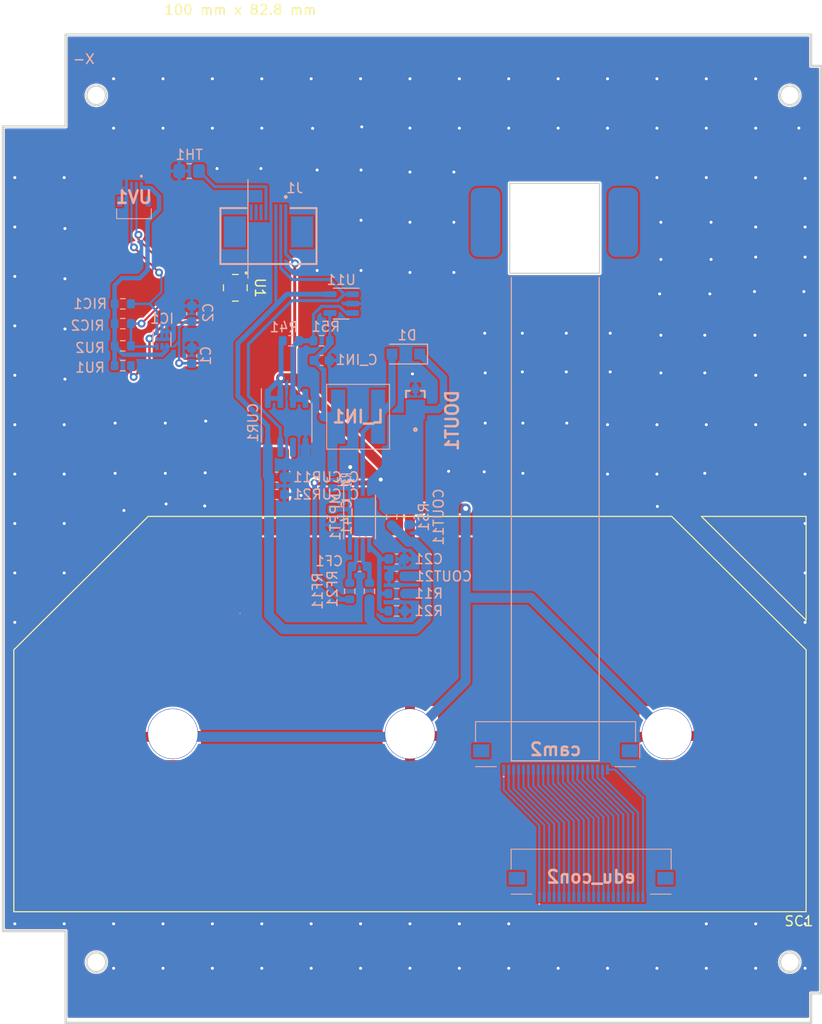
<source format=kicad_pcb>
(kicad_pcb (version 20211014) (generator pcbnew)
  (layers (0 "F.Cu" jumper) (31 "B.Cu" signal) (34 "B.Paste" user) (35 "F.Paste" user) (36 "B.SilkS" user "B.Silkscreen") (37 "F.SilkS" user "F.Silkscreen") (38 "B.Mask" user) (39 "F.Mask" user) (44 "Edge.Cuts" user))
  (net 0 "")
  (net 1 "GND")
  (net 2 "/+3V3")
  (net 3 "/SCL")
  (net 4 "Net-(cam2-Pad1)")
  (net 5 "/SDA")
  (net 6 "Net-(C21-Pad1)")
  (net 7 "Net-(CF1-Pad1)")
  (net 8 "/SC1_V+")
  (net 9 "/SC1_I+")
  (net 10 "/MPPT1")
  (net 11 "Net-(CF1-Pad2)")
  (net 12 "/TEMP+")
  (net 13 "/MPPT2")
  (net 14 "/SC2_I+")
  (net 15 "/SC2_V+")
  (net 17 "Net-(C_41-Pad2)")
  (net 18 "/SolarMPPT/MPPT1_OUT")
  (net 19 "/SolarMPPT/CUR1_OUT")
  (net 20 "/SolarMPPT/MPPT1_IN")
  (net 21 "Net-(cam2-Pad2)")
  (net 22 "Net-(cam2-Pad3)")
  (net 23 "Net-(cam2-Pad4)")
  (net 24 "Net-(cam2-Pad5)")
  (net 25 "Net-(cam2-Pad6)")
  (net 26 "Net-(cam2-Pad7)")
  (net 27 "Net-(cam2-Pad8)")
  (net 28 "Net-(cam2-Pad9)")
  (net 29 "Net-(cam2-Pad10)")
  (net 30 "Net-(cam2-Pad11)")
  (net 31 "Net-(cam2-Pad12)")
  (net 32 "Net-(cam2-Pad13)")
  (net 33 "Net-(cam2-Pad14)")
  (net 34 "Net-(cam2-Pad15)")
  (net 35 "Net-(cam2-Pad16)")
  (net 36 "Net-(cam2-Pad17)")
  (net 37 "Net-(cam2-Pad18)")
  (net 38 "Net-(cam2-Pad19)")
  (net 39 "Net-(cam2-Pad20)")
  (net 40 "Net-(cam2-Pad21)")
  (net 41 "Net-(cam2-Pad22)")
  (net 48 "/SolarMPPT/CUR1_OUT(1)")
  (footprint "STS_solder:cam_solder" (layer "F.Cu") (at 145.32 57.75)
    (fp_text reference "REF" hide)
    (fp_text value "cam_solder" hide)
  )
  (footprint "STS_solder:cam_solder" (layer "F.Cu") (at 133.9174 57.7607)
    (fp_text reference "REF" hide)
    (fp_text value "cam_solder" hide)
  )
  (footprint "STS_solder:3G30A_40x80" (layer "F.Cu") (at 125 108.7802)
    (fp_text reference "SC1")
    (fp_text value "Solar_Cell")
  )
  (footprint "STS_UV:OLGA 2mm x 2,3mm" (layer "F.Cu") (at 107.3216 65.6494 -90)
    (fp_text reference "U1")
    (fp_text value "GUVA-C32SM")
  )
  (footprint "USER_OUTLINE:OUTLINE_SidepanelX-" (layer "F.Cu") (at 125.2 89.7)
    (fp_text reference "Outline1" hide)
    (fp_text value "OUTLINE_Sidepanel")
    (fp_line (start 41.4 -46.495) (end 40.4 -46.495) (layer "Edge.Cuts") (width 0.25))
    (fp_line (start 19 -34.62) (end 19 -25.52) (layer "Edge.Cuts") (width 0.12))
    (fp_line (start 41.4 47.33) (end 41.4 -46.495) (layer "Edge.Cuts") (width 0.25))
    (fp_line (start -35.05 -49.67) (end -35.05 -49.67) (layer "Edge.Cuts") (width 0.12))
    (fp_line (start 41.4 47.33) (end 40.4 47.33) (layer "Edge.Cuts") (width 0.25))
    (fp_line (start -41.4 41.03) (end -35.05 41.03) (layer "Edge.Cuts") (width 0.25))
    (fp_line (start 9.9 -34.62) (end 19 -34.62) (layer "Edge.Cuts") (width 0.12))
    (fp_line (start -35.05 50.33) (end -35.05 41.03) (layer "Edge.Cuts") (width 0.25))
    (fp_line (start 40.4 50.33) (end -35.05 50.33) (layer "Edge.Cuts") (width 0.25))
    (fp_line (start -35.05 -49.67) (end -35.05 -40.37) (layer "Edge.Cuts") (width 0.25))
    (fp_line (start 9.9 -34.62) (end 9.9 -25.52) (layer "Edge.Cuts") (width 0.12))
    (fp_line (start 40.4 50.33) (end 40.4 47.33) (layer "Edge.Cuts") (width 0.25))
    (fp_line (start 9.9 -25.52) (end 19 -25.52) (layer "Edge.Cuts") (width 0.12))
    (fp_line (start 40.4 -49.67) (end -35.05 -49.67) (layer "Edge.Cuts") (width 0.25))
    (fp_line (start -41.4 -40.37) (end -35.05 -40.37) (layer "Edge.Cuts") (width 0.25))
    (fp_line (start 40.4 -46.495) (end 40.4 -49.67) (layer "Edge.Cuts") (width 0.25))
    (fp_line (start -41.4 41.03) (end -41.4 -40.37) (layer "Edge.Cuts") (width 0.25))
    (fp_line (start -35.05 -49.67) (end -35.05 -49.67) (layer "Edge.Cuts") (width 0.12))
    (fp_circle (center 38.25 -43.52) (end 39.25 -43.52) (layer "Edge.Cuts") (width 0.25) (fill none))
    (fp_circle (center -31.95 -43.52) (end -30.95 -43.52) (layer "Edge.Cuts") (width 0.25) (fill none))
    (fp_circle (center 38.25 44.18) (end 39.25 44.18) (layer "Edge.Cuts") (width 0.25) (fill none))
    (fp_circle (center -31.95 44.18) (end -30.95 44.18) (layer "Edge.Cuts") (width 0.25) (fill none))
  )
  (footprint "Resistor_SMD:R_0603_1608Metric" (layer "B.Cu") (at 123.65 98.345 180)
    (fp_text reference "R21")
    (fp_text value "330k")
  )
  (footprint "STS_Inductor_SMD:XAL6060103MEC" (layer "B.Cu") (at 119.75 78.695)
    (fp_text reference "L_IN1")
    (fp_text value "10u" hide)
  )
  (footprint "Package_TO_SOT_SMD:SOT-23-5" (layer "B.Cu") (at 118.0432 67.2496 180)
    (fp_text reference "U11")
    (fp_text value "INA180A4" hide)
  )
  (footprint "Capacitor_SMD:C_0603_1608Metric" (layer "B.Cu") (at 102.9125 72.525 90)
    (fp_text reference "C1")
    (fp_text value "1u")
  )
  (footprint "Capacitor_SMD:C_0603_1608Metric" (layer "B.Cu") (at 102.9125 68.275 -90)
    (fp_text reference "C2")
    (fp_text value "1u" hide)
  )
  (footprint "Capacitor_SMD:C_0603_1608Metric" (layer "B.Cu") (at 116.05 72.995)
    (fp_text reference "C_IN1")
    (fp_text value "10u")
  )
  (footprint "Package_TO_SOT_SMD:SOT-563" (layer "B.Cu") (at 99.8975 70.845 -90)
    (fp_text reference "IC1")
    (fp_text value "TMP112AQDRLRQ1")
  )
  (footprint "Capacitor_SMD:C_0603_1608Metric" (layer "B.Cu") (at 123.65 94.845 180)
    (fp_text reference "COUT21")
    (fp_text value "10u")
  )
  (footprint "Resistor_SMD:R_0603_1608Metric" (layer "B.Cu") (at 123.65 96.595)
    (fp_text reference "R11")
    (fp_text value "1M")
  )
  (footprint "Capacitor_SMD:C_0603_1608Metric" (layer "B.Cu") (at 111.515 86.56)
    (fp_text reference "C_CUR21")
    (fp_text value "10u")
  )
  (footprint "Resistor_SMD:R_0603_1608Metric" (layer "B.Cu") (at 95.9275 71.525)
    (fp_text reference "RU2")
    (fp_text value "4k7" hide)
  )
  (footprint "SamacSys:STMITE" (layer "B.Cu") (at 125.55 78.377 90)
    (fp_text reference "DOUT1")
    (fp_text value "SMM4F5.0" hide)
  )
  (footprint "Resistor_SMD:R_0603_1608Metric" (layer "B.Cu") (at 123.15 88.845 90)
    (fp_text reference "RS1")
    (fp_text value "0R01")
  )
  (footprint "Package_SO:TSSOP-8_4.4x3mm_P0.65mm" (layer "B.Cu") (at 119.9 88.845 -90)
    (fp_text reference "MPPT1")
    (fp_text value "SPV1040TTR")
  )
  (footprint "Capacitor_SMD:C_0603_1608Metric" (layer "B.Cu") (at 119.9 93.845 180)
    (fp_text reference "CF1")
    (fp_text value "1u")
  )
  (footprint "STS_Connector:SAMTEC_ZF5S-08-01-T-WT" (layer "B.Cu") (at 110.6744 59.994 180)
    (fp_text reference "J1")
    (fp_text value "Conn_01x08" hide)
  )
  (footprint "Resistor_SMD:R_0603_1608Metric" (layer "B.Cu") (at 120.9 96.345 90)
    (fp_text reference "RF21")
    (fp_text value "1k")
  )
  (footprint "Resistor_SMD:R_0603_1608Metric" (layer "B.Cu") (at 95.9275 73.525)
    (fp_text reference "RU1")
    (fp_text value "4k7")
  )
  (footprint "Resistor_SMD:R_0603_1608Metric" (layer "B.Cu") (at 116.0592 71.0088)
    (fp_text reference "R51")
    (fp_text value "10m" hide)
  )
  (footprint "Resistor_SMD:R_0603_1608Metric" (layer "B.Cu") (at 112.9482 71.0088)
    (fp_text reference "R41")
    (fp_text value "0" hide)
  )
  (footprint "STS_Connector:545482271" (layer "B.Cu") (at 143.34 125.25)
    (fp_text reference "edu_con2")
    (fp_text value "54548-2271" hide)
  )
  (footprint "Capacitor_SMD:C_0603_1608Metric" (layer "B.Cu") (at 111.515 84.81 180)
    (fp_text reference "C_CUR11")
    (fp_text value "100n")
  )
  (footprint "STS_Connector:5014610491" (layer "B.Cu") (at 97.06 56.48 180)
    (fp_text reference "UV1")
    (fp_text value "501461-0491" hide)
  )
  (footprint "Package_SO:SOIC-8_3.9x4.9mm_P1.27mm" (layer "B.Cu") (at 112.515 79.31 -90)
    (fp_text reference "CUR1")
    (fp_text value "TMCS1101A3BQDT")
  )
  (footprint "Resistor_SMD:R_0603_1608Metric" (layer "B.Cu") (at 95.9275 67.275)
    (fp_text reference "RIC1")
    (fp_text value "4k7")
  )
  (footprint "Resistor_SMD:R_0603_1608Metric" (layer "B.Cu") (at 117.15 85.095 90)
    (fp_text reference "R31")
    (fp_text value "1k")
  )
  (footprint "Capacitor_SMD:C_0603_1608Metric" (layer "B.Cu") (at 123.65 93.095)
    (fp_text reference "C21")
    (fp_text value "1n")
  )
  (footprint "Resistor_SMD:R_0805_2012Metric_Pad1.20x1.40mm_HandSolder" (layer "B.Cu") (at 102.648 53.8384 180)
    (fp_text reference "TH1")
    (fp_text value "Thermistor_NTC" hide)
  )
  (footprint "Resistor_SMD:R_0603_1608Metric" (layer "B.Cu") (at 118.9 96.345 90)
    (fp_text reference "RF11")
    (fp_text value "1k")
  )
  (footprint "STS_Connector:545482271" (layer "B.Cu") (at 139.74 112.35)
    (fp_text reference "cam2")
    (fp_text value "54548-2271" hide)
  )
  (footprint "Capacitor_SMD:C_0603_1608Metric" (layer "B.Cu") (at 124.9 88.845 -90)
    (fp_text reference "COUT11")
    (fp_text value "4u7")
  )
  (footprint "Diode_SMD:D_SOD-123F" (layer "B.Cu") (at 124.58 72.355 180)
    (fp_text reference "D1")
    (fp_text value "PMEG2020EH")
  )
  (footprint "Capacitor_SMD:C_0603_1608Metric" (layer "B.Cu") (at 117.15 88.845 90)
    (fp_text reference "C_41")
    (fp_text value "100n")
  )
  (footprint "Resistor_SMD:R_0603_1608Metric" (layer "B.Cu") (at 95.9275 69.275)
    (fp_text reference "RIC2")
    (fp_text value "4k7")
  )
  (gr_text "X-" (at 91.98 42.51) (layer "B.SilkS") (effects (font (size 1 1)) (justify mirror)))
  (gr_text "100 mm x 82.8 mm" (at 107.8296 37.5316) (layer "F.SilkS") (effects (font (size 1 1))))
  (segment (start 139.7 84.42) (end 141 85.72) (width 0.45) (layer "F.Cu") (net 1))
  (segment (start 142.22 84.5) (end 141 85.72) (width 0.5) (layer "F.Cu") (net 1))
  (segment (start 145 84.5) (end 142.22 84.5) (width 0.5) (layer "F.Cu") (net 1))
  (segment (start 136.43 84.42) (end 139.7 84.42) (width 0.45) (layer "F.Cu") (net 1))
  (via (at 115 134.5) (size 0.6) (drill 0.3) (layers "F.Cu" "B.Cu") (net 1))
  (via (at 165 59.5) (size 0.6) (drill 0.3) (layers "F.Cu" "B.Cu") (net 1))
  (via (at 132.5184 84.2676) (size 0.6) (drill 0.3) (layers "F.Cu" "B.Cu") (net 1))
  (via (at 95.155 79.34) (size 0.6) (drill 0.3) (layers "F.Cu" "B.Cu") (net 1))
  (via (at 132.62 74.26) (size 0.6) (drill 0.3) (layers "F.Cu" "B.Cu") (net 1))
  (via (at 105 130) (size 0.6) (drill 0.3) (layers "F.Cu" "B.Cu") (net 1))
  (via (at 125 53.94) (size 0.6) (drill 0.3) (layers "F.Cu" "B.Cu") (net 1))
  (via (at 100 44.5) (size 0.6) (drill 0.3) (layers "F.Cu" "B.Cu") (net 1))
  (via (at 150 49.5) (size 0.6) (drill 0.3) (layers "F.Cu" "B.Cu") (net 1))
  (via (at 145 134.5) (size 0.6) (drill 0.3) (layers "F.Cu" "B.Cu") (net 1))
  (via (at 100 134.5) (size 0.6) (drill 0.3) (layers "F.Cu" "B.Cu") (net 1))
  (via (at 160 59.5) (size 0.6) (drill 0.3) (layers "F.Cu" "B.Cu") (net 1))
  (via (at 130 130) (size 0.6) (drill 0.3) (layers "F.Cu" "B.Cu") (net 1))
  (via (at 104.3244 79.1368) (size 0.6) (drill 0.3) (layers "F.Cu" "B.Cu") (net 1))
  (via (at 85 130) (size 0.6) (drill 0.3) (layers "F.Cu" "B.Cu") (net 1))
  (via (at 140 134.5) (size 0.6) (drill 0.3) (layers "F.Cu" "B.Cu") (net 1))
  (via (at 90.075 64.735) (size 0.6) (drill 0.3) (layers "F.Cu" "B.Cu") (net 1))
  (via (at 105 44.5) (size 0.6) (drill 0.3) (layers "F.Cu" "B.Cu") (net 1))
  (via (at 155 49.5) (size 0.6) (drill 0.3) (layers "F.Cu" "B.Cu") (net 1))
  (via (at 145 84.5) (size 0.6) (drill 0.3) (layers "F.Cu" "B.Cu") (net 1))
  (via (at 160 74.5) (size 0.6) (drill 0.3) (layers "F.Cu" "B.Cu") (net 1))
  (via (at 125 64.1) (size 0.6) (drill 0.3) (layers "F.Cu" "B.Cu") (net 1))
  (via (at 160 44.5) (size 0.6) (drill 0.3) (layers "F.Cu" "B.Cu") (net 1))
  (via (at 155.358 66.2654) (size 0.6) (drill 0.3) (layers "F.Cu" "B.Cu") (net 1))
  (via (at 125 59.02) (size 0.6) (drill 0.3) (layers "F.Cu" "B.Cu") (net 1))
  (via (at 145 49.5) (size 0.6) (drill 0.3) (layers "F.Cu" "B.Cu") (net 1))
  (via (at 150 44.5) (size 0.6) (drill 0.3) (layers "F.Cu" "B.Cu") (net 1))
  (via (at 100 49.5) (size 0.6) (drill 0.3) (layers "F.Cu" "B.Cu") (net 1))
  (via (at 132.5692 70.2468) (size 0.6) (drill 0.3) (layers "F.Cu" "B.Cu") (net 1))
  (via (at 95 49.5) (size 0.6) (drill 0.3) (layers "F.Cu" "B.Cu") (net 1))
  (via (at 135 44.5) (size 0.6) (drill 0.3) (layers "F.Cu" "B.Cu") (net 1))
  (via (at 136.3792 74.1584) (size 0.6) (drill 0.3) (layers "F.Cu" "B.Cu") (net 1))
  (via (at 100.3112 87.5188) (size 0.6) (drill 0.3) (layers "F.Cu" "B.Cu") (net 1))
  (via (at 136.43 79.34) (size 0.6) (drill 0.3) (layers "F.Cu" "B.Cu") (net 1))
  (via (at 155 44.5) (size 0.6) (drill 0.3) (layers "F.Cu" "B.Cu") (net 1))
  (via (at 129.445 64.1) (size 0.6) (drill 0.3) (layers "F.Cu" "B.Cu") (net 1))
  (via (at 159.878 66.0304) (size 0.6) (drill 0.3) (layers "F.Cu" "B.Cu") (net 1))
  (via (at 165 89.5) (size 0.6) (drill 0.3) (layers "F.Cu" "B.Cu") (net 1))
  (via (at 125 49.495) (size 0.6) (drill 0.3) (layers "F.Cu" "B.Cu") (net 1))
  (via (at 90 84.5) (size 0.6) (drill 0.3) (layers "F.Cu" "B.Cu") (net 1))
  (via (at 120 44.5) (size 0.6) (drill 0.3) (layers "F.Cu" "B.Cu") (net 1))
  (via (at 115.602 63.8968) (size 0.6) (drill 0.3) (layers "F.Cu" "B.Cu") (net 1))
  (via (at 120.1232 49.368) (size 0.6) (drill 0.3) (layers "F.Cu" "B.Cu") (net 1))
  (via (at 95.155 84.42) (size 0.6) (drill 0.3) (layers "F.Cu" "B.Cu") (net 1))
  (via (at 125 130) (size 0.6) (drill 0.3) (layers "F.Cu" "B.Cu") (net 1))
  (via (at 155 54.5) (size 0.6) (drill 0.3) (layers "F.Cu" "B.Cu") (net 1))
  (via (at 115 130) (size 0.6) (drill 0.3) (layers "F.Cu" "B.Cu") (net 1))
  (via (at 150.4 70.45) (size 0.6) (drill 0.3) (layers "F.Cu" "B.Cu") (net 1))
  (via (at 95 134.5) (size 0.6) (drill 0.3) (layers "F.Cu" "B.Cu") (net 1))
  (via (at 130 44.5) (size 0.6) (drill 0.3) (layers "F.Cu" "B.Cu") (net 1))
  (via (at 95 44.5) (size 0.6) (drill 0.3) (layers "F.Cu" "B.Cu") (net 1))
  (via (at 150.4 59.02) (size 0.6) (drill 0.3) (layers "F.Cu" "B.Cu") (net 1))
  (via (at 155.48 62.7792) (size 0.6) (drill 0.3) (layers "F.Cu" "B.Cu") (net 1))
  (via (at 120 130) (size 0.6) (drill 0.3) (layers "F.Cu" "B.Cu") (net 1))
  (via (at 115.1448 49.5204) (size 0.6) (drill 0.3) (layers "F.Cu" "B.Cu") (net 1))
  (via (at 85 79.5) (size 0.6) (drill 0.3) (layers "F.Cu" "B.Cu") (net 1))
  (via (at 155 130) (size 0.6) (drill 0.3) (layers "F.Cu" "B.Cu") (net 1))
  (via (at 118.95 83.795) (size 0.8) (drill 0.4) (layers "F.Cu" "B.Cu") (net 1))
  (via (at 90.075 74.895) (size 0.6) (drill 0.3) (layers "F.Cu" "B.Cu") (net 1))
  (via (at 165.005 70.45) (size 0.6) (drill 0.3) (layers "F.Cu" "B.Cu") (net 1))
  (via (at 90 130) (size 0.6) (drill 0.3) (layers "F.Cu" "B.Cu") (net 1))
  (via (at 110 134.5) (size 0.6) (drill 0.3) (layers "F.Cu" "B.Cu") (net 1))
  (via (at 110 44.5) (size 0.6) (drill 0.3) (layers "F.Cu" "B.Cu") (net 1))
  (via (at 145 44.5) (size 0.6) (drill 0.3) (layers "F.Cu" "B.Cu") (net 1))
  (via (at 145.2692 74.1584) (size 0.6) (drill 0.3) (layers "F.Cu" "B.Cu") (net 1))
  (via (at 85 74.5) (size 0.6) (drill 0.3) (layers "F.Cu" "B.Cu") (net 1))
  (via (at 150 134.5) (size 0.6) (drill 0.3) (layers "F.Cu" "B.Cu") (net 1))
  (via (at 90.075 69.815) (size 0.6) (drill 0.3) (layers "F.Cu" "B.Cu") (net 1))
  (via (at 90 54.5) (size 0.6) (drill 0.3) (layers "F.Cu" "B.Cu") (net 1))
  (via (at 150 79.5) (size 0.6) (drill 0.3) (layers "F.Cu" "B.Cu") (net 1))
  (via (at 85 84.5) (size 0.6) (drill 0.3) (layers "F.Cu" "B.Cu") (net 1))
  (via (at 85 99.5) (size 0.6) (drill 0.3) (layers "F.Cu" "B.Cu") (net 1))
  (via (at 104.2736 84.3692) (size 0.6) (drill 0.3) (layers "F.Cu" "B.Cu") (net 1))
  (via (at 90 94.5) (size 0.6) (drill 0.3) (layers "F.Cu" "B.Cu") (net 1))
  (via (at 155.48 59.02) (size 0.6) (drill 0.3) (layers "F.Cu" "B.Cu") (net 1))
  (via (at 159.925 70.45) (size 0.6) (drill 0.3) (layers "F.Cu" "B.Cu") (net 1))
  (via (at 155 79.5) (size 0.6) (drill 0.3) (layers "F.Cu" "B.Cu") (net 1))
  (via (at 125.255 74.3616) (size 0.6) (drill 0.3) (layers "F.Cu" "B.Cu") (net 1))
  (via (at 160 54.5) (size 0.6) (drill 0.3) (layers "F.Cu" "B.Cu") (net 1))
  (via (at 115.602 53.7368) (size 0.6) (drill 0.3) (layers "F.Cu" "B.Cu") (net 1))
  (via (at 135 130) (size 0.6) (drill 0.3) (layers "F.Cu" "B.Cu") (net 1))
  (via (at 165 94.5) (size 0.6) (drill 0.3) (layers "F.Cu" "B.Cu") (net 1))
  (via (at 130 49.5) (size 0.6) (drill 0.3) (layers "F.Cu" "B.Cu") (net 1))
  (via (at 129.445 53.94) (size 0.6) (drill 0.3) (layers "F.Cu" "B.Cu") (net 1))
  (via (at 150 54.5) (size 0.6) (drill 0.3) (layers "F.Cu" "B.Cu") (net 1))
  (via (at 140.8242 74.1584) (size 0.6) (drill 0.3) (layers "F.Cu" "B.Cu") (net 1))
  (via (at 104.2228 87.722) (size 0.6) (drill 0.3) (layers "F.Cu" "B.Cu") (net 1))
  (via (at 140.875 79.34) (size 0.6) (drill 0.3) (layers "F.Cu" "B.Cu") (net 1))
  (via (at 165 79.5) (size 0.6) (drill 0.3) (layers "F.Cu" "B.Cu") (net 1))
  (via (at 150.4 74.26) (size 0.6) (drill 0.3) (layers "F.Cu" "B.Cu") (net 1))
  (via (at 85 64.5) (size 0.6) (drill 0.3) (layers "F.Cu" "B.Cu") (net 1))
  (via (at 113.9764 86.6552) (size 0.6) (drill 0.3) (layers "F.Cu" "B.Cu") (net 1))
  (via (at 154.845 84.42) (size 0.6) (drill 0.3) (layers "F.Cu" "B.Cu") (net 1))
  (via (at 100.235 79.34) (size 0.6) (drill 0.3) (layers "F.Cu" "B.Cu") (net 1))
  (via (at 140 49.5) (size 0.6) (drill 0.3) (layers "F.Cu" "B.Cu") (net 1))
  (via (at 125 44.5) (size 0.6) (drill 0.3) (layers "F.Cu" "B.Cu") (net 1))
  (via (at 135 134.5) (size 0.6) (drill 0.3) (layers "F.Cu" "B.Cu") (net 1))
  (via (at 95 130) (size 0.6) (drill 0.3) (layers "F.Cu" "B.Cu") (net 1))
  (via (at 160 79.5) (size 0.6) (drill 0.3) (layers "F.Cu" "B.Cu") (net 1))
  (via (at 145 79.5) (size 0.6) (drill 0.3) (layers "F.Cu" "B.Cu") (net 1))
  (via (at 109.9124 53.5844) (size 0.6) (drill 0.3) (layers "F.Cu" "B.Cu") (net 1))
  (via (at 135 49.5) (size 0.6) (drill 0.3) (layers "F.Cu" "B.Cu") (net 1))
  (via (at 130 134.5) (size 0.6) (drill 0.3) (layers "F.Cu" "B.Cu") (net 1))
  (via (at 105 134.5) (size 0.6) (drill 0.3) (layers "F.Cu" "B.Cu") (net 1))
  (via (at 110 130) (size 0.6) (drill 0.3) (layers "F.Cu" "B.Cu") (net 1))
  (via (at 85 89.5) (size 0.6) (drill 0.3) (layers "F.Cu" "B.Cu") (net 1))
  (via (at 120.047 63.8968) (size 0.6) (drill 0.3) (layers "F.Cu" "B.Cu") (net 1))
  (via (at 160 62.5442) (size 0.6) (drill 0.3) (layers "F.Cu" "B.Cu") (net 1))
  (via (at 120.047 58.8168) (size 0.6) (drill 0.3) (layers "F.Cu" "B.Cu") (net 1))
  (via (at 165.005 54.575) (size 0.6) (drill 0.3) (layers "F.Cu" "B.Cu") (net 1))
  (via (at 145.2692 70.2468) (size 0.6) (drill 0.3) (layers "F.Cu" "B.Cu") (net 1))
  (via (at 100 130) (size 0.6) (drill 0.3) (layers "F.Cu" "B.Cu") (net 1))
  (via (at 165 130) (size 0.6) (drill 0.3) (layers "F.Cu" "B.Cu") (net 1))
  (via (at 136.43 84.42) (size 0.6) (drill 0.3) (layers "F.Cu" "B.Cu") (net 1))
  (via (at 105.4674 53.5844) (size 0.6) (drill 0.3) (layers "F.Cu" "B.Cu") (net 1))
  (via (at 165 74.5) (size 0.6) (drill 0.3) (layers "F.Cu" "B.Cu") (net 1))
  (via (at 105 49.5) (size 0.6) (drill 0.3) (layers "F.Cu" "B.Cu") (net 1))
  (via (at 165 134.5) (size 0.6) (drill 0.3) (layers "F.Cu" "B.Cu") (net 1))
  (via (at 164.37 49.495) (size 0.6) (drill 0.3) (layers "F.Cu" "B.Cu") (net 1))
  (via (at 164.878 66.0304) (size 0.6) (drill 0.3) (layers "F.Cu" "B.Cu") (net 1))
  (via (at 85 54.5) (size 0.6) (drill 0.3) (layers "F.Cu" "B.Cu") (net 1))
  (via (at 85 94.5) (size 0.6) (drill 0.3) (layers "F.Cu" "B.Cu") (net 1))
  (via (at 160 49.5) (size 0.6) (drill 0.3) (layers "F.Cu" "B.Cu") (net 1))
  (via (at 120 134.5) (size 0.6) (drill 0.3) (layers "F.Cu" "B.Cu") (net 1))
  (via (at 150.0444 87.7728) (size 0.6) (drill 0.3) (layers "F.Cu" "B.Cu") (net 1))
  (via (at 155 134.5) (size 0.6) (drill 0.3) (layers "F.Cu" "B.Cu") (net 1))
  (via (at 129.445 59.02) (size 0.6) (drill 0.3) (layers "F.Cu" "B.Cu") (net 1))
  (via (at 165 99.5) (size 0.6) (drill 0.3) (layers "F.Cu" "B.Cu") (net 1))
  (via (at 120.047 53.7368) (size 0.6) (drill 0.3) (layers "F.Cu" "B.Cu") (net 1))
  (via (at 85 59.5) (size 0.6) (drill 0.3) (layers "F.Cu" "B.Cu") (net 1))
  (via (at 115 44.5) (size 0.6) (drill 0.3) (layers "F.Cu" "B.Cu") (net 1))
  (via (at 160 134.5) (size 0.6) (drill 0.3) (layers "F.Cu" "B.Cu") (net 1))
  (via (at 165 62.5442) (size 0.6) (drill 0.3) (layers "F.Cu" "B.Cu") (net 1))
  (via (at 132.62 79.34) (size 0.6) (drill 0.3) (layers "F.Cu" "B.Cu") (net 1))
  (via (at 125 134.5) (size 0.6) (drill 0.3) (layers "F.Cu" "B.Cu") (net 1))
  (via (at 90.075 59.655) (size 0.6) (drill 0.3) (layers "F.Cu" "B.Cu") (net 1))
  (via (at 100.235 84.42) (size 0.6) (drill 0.3) (layers "F.Cu" "B.Cu") (net 1))
  (via (at 140.8242 70.2468) (size 0.6) (drill 0.3) (layers "F.Cu" "B.Cu") (net 1))
  (via (at 136.3792 70.2468) (size 0.6) (drill 0.3) (layers "F.Cu" "B.Cu") (net 1))
  (via (at 154.845 74.26) (size 0.6) (drill 0.3) (layers "F.Cu" "B.Cu") (net 1))
  (via (at 90 89.5) (size 0.6) (drill 0.3) (layers "F.Cu" "B.Cu") (net 1))
  (via (at 165 84.5) (size 0.6) (drill 0.3) (layers "F.Cu" "B.Cu") (net 1))
  (via (at 128.9116 84.2168) (size 0.6) (drill 0.3) (layers "F.Cu" "B.Cu") (net 1))
  (via (at 140 44.5) (size 0.6) (drill 0.3) (layers "F.Cu" "B.Cu") (net 1))
  (via (at 160 130) (size 0.6) (drill 0.3) (layers "F.Cu" "B.Cu") (net 1))
  (via (at 85 69.5) (size 0.6) (drill 0.3) (layers "F.Cu" "B.Cu") (net 1))
  (via (at 90 79.5) (size 0.6) (drill 0.3) (layers "F.Cu" "B.Cu") (net 1))
  (via (at 96.044 88.1792) (size 0.6) (drill 0.3) (layers "F.Cu" "B.Cu") (net 1))
  (via (at 150 84.5) (size 0.6) (drill 0.3) (layers "F.Cu" "B.Cu") (net 1))
  (via (at 150.278 66.2654) (size 0.6) (drill 0.3) (layers "F.Cu" "B.Cu") (net 1))
  (via (at 110 49.5) (size 0.6) (drill 0.3) (layers "F.Cu" "B.Cu") (net 1))
  (via (at 154.845 70.45) (size 0.6) (drill 0.3) (layers "F.Cu" "B.Cu") (net 1))
  (via (at 150.4 62.7792) (size 0.6) (drill 0.3) (layers "F.Cu" "B.Cu") (net 1))
  (segment (start 119.575 84.42) (end 118.95 83.795) (width 0.45) (layer "B.Cu") (net 1))
  (segment (start 124.475 98.345) (end 125.4745 98.345) (width 0.45) (layer "B.Cu") (net 1))
  (segment (start 122.875 94.845) (end 122.875 94.645) (width 0.45) (layer "B.Cu") (net 1))
  (segment (start 113.535 84.81) (end 114.42 83.925) (width 1) (layer "B.Cu") (net 1))
  (segment (start 112.29 84.81) (end 113.535 84.81) (width 1) (layer "B.Cu") (net 1))
  (segment (start 114.42 83.925) (end 114.42 81.785) (width 1) (layer "B.Cu") (net 1))
  (segment (start 124.425 93.095) (end 125.4745 93.095) (width 0.45) (layer "B.Cu") (net 1))
  (segment (start 122.875 94.645) (end 124.425 93.095) (width 0.45) (layer "B.Cu") (net 1))
  (segment (start 119.575 85.9825) (end 119.575 84.42) (width 0.45) (layer "B.Cu") (net 1))
  (segment (start 108.1216 69.5228) (end 108.1219 69.5231) (width 0.2) (layer "F.Cu") (net 2))
  (segment (start 101.6325 73.27) (end 104.375 73.27) (width 0.25) (layer "F.Cu") (net 2))
  (segment (start 108.1216 66.5994) (end 108.1216 69.5228) (width 0.2) (layer "F.Cu") (net 2))
  (segment (start 104.375 73.27) (end 108.1219 69.5231) (width 0.25) (layer "F.Cu") (net 2))
  (via (at 101.6325 73.27) (size 0.8) (drill 0.4) (layers "F.Cu" "B.Cu") (net 2))
  (segment (start 100.3975 71.905) (end 100.3975 71.595) (width 0.45) (layer "B.Cu") (net 2))
  (segment (start 100.3975 71.595) (end 101.1075 71.595) (width 0.25) (layer "B.Cu") (net 2))
  (segment (start 99.87798 72.42452) (end 100.3975 71.905) (width 0.45) (layer "B.Cu") (net 2))
  (segment (start 99.6 56.39) (end 98.765 55.555) (width 0.45) (layer "B.Cu") (net 2))
  (segment (start 98.4325 58.9175) (end 99.6 57.75) (width 0.45) (layer "B.Cu") (net 2))
  (segment (start 95.1025 67.275) (end 95.1025 65.4) (width 0.45) (layer "B.Cu") (net 2))
  (segment (start 102.9125 69.05) (end 102.2525 69.05) (width 0.25) (layer "B.Cu") (net 2))
  (segment (start 101.6625 73.3) (end 101.6325 73.27) (width 0.25) (layer "B.Cu") (net 2))
  (segment (start 101.6325 71.07) (end 101.6325 73.27) (width 0.25) (layer "B.Cu") (net 2))
  (segment (start 98.765 55.555) (end 97.885 55.555) (width 0.45) (layer "B.Cu") (net 2))
  (segment (start 102.9125 73.3) (end 101.6625 73.3) (width 0.25) (layer "B.Cu") (net 2))
  (segment (start 101.1075 71.595) (end 101.6325 71.07) (width 0.25) (layer "B.Cu") (net 2))
  (segment (start 96.00202 72.42452) (end 99.87798 72.42452) (width 0.45) (layer "B.Cu") (net 2))
  (segment (start 101.6325 69.67) (end 101.6325 71.07) (width 0.25) (layer "B.Cu") (net 2))
  (segment (start 95.1025 65.4) (end 95.8325 64.67) (width 0.45) (layer "B.Cu") (net 2))
  (segment (start 102.2525 69.05) (end 101.6325 69.67) (width 0.25) (layer "B.Cu") (net 2))
  (segment (start 95.1025 69.275) (end 95.1025 67.275) (width 0.45) (layer "B.Cu") (net 2))
  (segment (start 95.8325 64.67) (end 97.6325 64.67) (width 0.45) (layer "B.Cu") (net 2))
  (segment (start 95.1025 71.525) (end 95.1025 69.275) (width 0.45) (layer "B.Cu") (net 2))
  (segment (start 95.1025 73.525) (end 95.1025 71.525) (width 0.45) (layer "B.Cu") (net 2))
  (segment (start 99.6 57.75) (end 99.6 56.39) (width 0.45) (layer "B.Cu") (net 2))
  (segment (start 100.3975 71.595) (end 99.8975 71.595) (width 0.25) (layer "B.Cu") (net 2))
  (segment (start 97.6325 64.67) (end 98.4325 63.87) (width 0.45) (layer "B.Cu") (net 2))
  (segment (start 98.4325 63.87) (end 98.4325 58.9175) (width 0.45) (layer "B.Cu") (net 2))
  (segment (start 95.1025 71.525) (end 96.00202 72.42452) (width 0.45) (layer "B.Cu") (net 2))
  (segment (start 100.272 69.155) (end 106.102 69.155) (width 0.25) (layer "F.Cu") (net 3))
  (segment (start 98.6325 70.7945) (end 100.272 69.155) (width 0.25) (layer "F.Cu") (net 3))
  (segment (start 98.6325 73.06) (end 98.6325 70.7945) (width 0.25) (layer "F.Cu") (net 3))
  (segment (start 106.5216 68.7354) (end 106.5216 66.5994) (width 0.25) (layer "F.Cu") (net 3))
  (segment (start 97.0325 74.67) (end 98.6375 73.065) (width 0.25) (layer "F.Cu") (net 3))
  (segment (start 99.6 64.1) (end 97.06 61.56) (width 0.2) (layer "F.Cu") (net 3))
  (segment (start 106.102 69.155) (end 106.5216 68.7354) (width 0.25) (layer "F.Cu") (net 3))
  (segment (start 98.6375 73.065) (end 98.6325 73.06) (width 0.25) (layer "F.Cu") (net 3))
  (via (at 98.6325 70.7945) (size 0.8) (drill 0.4) (layers "F.Cu" "B.Cu") (net 3))
  (via (at 97.0325 74.67) (size 0.8) (drill 0.4) (layers "F.Cu" "B.Cu") (net 3))
  (via (at 97.06 61.56) (size 0.8) (drill 0.4) (layers "F.Cu" "B.Cu") (net 3))
  (via (at 99.6 64.1) (size 0.8) (drill 0.4) (layers "F.Cu" "B.Cu") (net 3))
  (segment (start 99.3975 70.095) (end 99.3975 68.035) (width 0.25) (layer "B.Cu") (net 3))
  (segment (start 98.6375 67.275) (end 99.8325 66.08) (width 0.2) (layer "B.Cu") (net 3))
  (segment (start 96.7525 73.525) (end 96.7525 74.39) (width 0.25) (layer "B.Cu") (net 3))
  (segment (start 99.3975 68.035) (end 98.6375 67.275) (width 0.25) (layer "B.Cu") (net 3))
  (segment (start 98.6375 67.275) (end 96.7525 67.275) (width 0.25) (layer "B.Cu") (net 3))
  (segment (start 99.8325 66.08) (end 99.8325 64.3325) (width 0.2) (layer "B.Cu") (net 3))
  (segment (start 99.8325 64.3325) (end 99.6 64.1) (width 0.2) (layer "B.Cu") (net 3))
  (segment (start 98.698 70.7945) (end 99.3975 70.095) (width 0.25) (layer "B.Cu") (net 3))
  (segment (start 96.7525 74.39) (end 97.0325 74.67) (width 0.25) (layer "B.Cu") (net 3))
  (segment (start 97.06 61.56) (end 96.81 61.31) (width 0.2) (layer "B.Cu") (net 3))
  (segment (start 96.81 61.31) (end 96.81 55.555) (width 0.2) (layer "B.Cu") (net 3))
  (segment (start 98.6325 70.7945) (end 98.698 70.7945) (width 0.25) (layer "B.Cu") (net 3))
  (segment (start 138.09 120.06372) (end 138.09 127.3) (width 0.2) (layer "B.Cu") (net 4))
  (segment (start 134.49 116.46372) (end 134.49 114.4) (width 0.2) (layer "B.Cu") (net 4))
  (segment (start 138.09 120.06372) (end 134.49 116.46372) (width 0.2) (layer "B.Cu") (net 4))
  (segment (start 101.93625 65.16625) (end 106.05475 65.16625) (width 0.2) (layer "F.Cu") (net 5))
  (segment (start 97.5095 60.7395) (end 97.5095 60.29) (width 0.2) (layer "F.Cu") (net 5))
  (segment (start 106.05475 65.16625) (end 106.5216 64.6994) (width 0.2) (layer "F.Cu") (net 5))
  (segment (start 97.8325 69.27) (end 101.93625 65.16625) (width 0.2) (layer "F.Cu") (net 5))
  (segment (start 101.93625 65.16625) (end 97.5095 60.7395) (width 0.2) (layer "F.Cu") (net 5))
  (via (at 97.8325 69.27) (size 0.8) (drill 0.4) (layers "F.Cu" "B.Cu") (net 5))
  (via (at 97.5095 60.29) (size 0.8) (drill 0.4) (layers "F.Cu" "B.Cu") (net 5))
  (segment (start 99.3975 71.595) (end 96.8225 71.595) (width 0.25) (layer "B.Cu") (net 5))
  (segment (start 96.8225 71.595) (end 96.7525 71.525) (width 0.25) (layer "B.Cu") (net 5))
  (segment (start 97.8325 69.27) (end 96.7575 69.27) (width 0.25) (layer "B.Cu") (net 5))
  (segment (start 96.7575 69.27) (end 96.7525 69.275) (width 0.25) (layer "B.Cu") (net 5))
  (segment (start 97.5095 60.29) (end 97.31 60.0905) (width 0.2) (layer "B.Cu") (net 5))
  (segment (start 97.31 60.0905) (end 97.31 55.555) (width 0.2) (layer "B.Cu") (net 5))
  (segment (start 96.7525 71.525) (end 96.7525 69.275) (width 0.25) (layer "B.Cu") (net 5))
  (segment (start 122.875 93.095) (end 121.9 93.095) (width 0.45) (layer "B.Cu") (net 6))
  (segment (start 121.9 92.808) (end 121.9 93.095) (width 0.45) (layer "B.Cu") (net 6))
  (segment (start 121.9 93.095) (end 121.9 96.595) (width 0.45) (layer "B.Cu") (net 6))
  (segment (start 122.15 98.345) (end 122.825 98.345) (width 0.45) (layer "B.Cu") (net 6))
  (segment (start 121.9 98.095) (end 122.15 98.345) (width 0.45) (layer "B.Cu") (net 6))
  (segment (start 121.9 96.595) (end 121.9 98.095) (width 0.45) (layer "B.Cu") (net 6))
  (segment (start 122.825 96.595) (end 121.9 96.595) (width 0.45) (layer "B.Cu") (net 6))
  (segment (start 120.875 91.783) (end 121.9 92.808) (width 0.45) (layer "B.Cu") (net 6))
  (segment (start 120.225 91.783) (end 120.225 93.395) (width 0.45) (layer "B.Cu") (net 7))
  (segment (start 120.9 95.52) (end 120.9 94.07) (width 0.45) (layer "B.Cu") (net 7))
  (segment (start 120.9 94.07) (end 120.675 93.845) (width 0.45) (layer "B.Cu") (net 7))
  (segment (start 120.225 93.395) (end 120.675 93.845) (width 0.45) (layer "B.Cu") (net 7))
  (segment (start 159.29 110.99) (end 151.095 110.99) (width 1) (layer "F.Cu") (net 8))
  (segment (start 125 86.96) (end 125 86.459365) (width 1) (layer "F.Cu") (net 8))
  (segment (start 113.035 110.99) (end 101.095 110.99) (width 1) (layer "F.Cu") (net 8))
  (segment (start 113.335635 74.795) (end 113.335635 63.216765) (width 0.3) (layer "F.Cu") (net 8))
  (segment (start 138.035 110.99) (end 125.095 110.99) (width 1) (layer "F.Cu") (net 8))
  (segment (start 130.6388 87.976) (end 126.016 87.976) (width 1) (layer "F.Cu") (net 8))
  (segment (start 113.13 111.085) (end 113.035 110.99) (width 1) (layer "F.Cu") (net 8))
  (segment (start 126.016 87.976) (end 125 86.96) (width 1) (layer "F.Cu") (net 8))
  (segment (start 101 111.085) (end 91.795 111.085) (width 1) (layer "F.Cu") (net 8))
  (segment (start 125.095 110.99) (end 125 111.085) (width 1) (layer "F.Cu") (net 8))
  (segment (start 125 105.48) (end 125 86.96) (width 1) (layer "F.Cu") (net 8))
  (segment (start 151 111.085) (end 138.13 111.085) (width 1) (layer "F.Cu") (net 8))
  (segment (start 91.795 111.085) (end 91.7 110.99) (width 1) (layer "F.Cu") (net 8))
  (segment (start 125 105.48) (end 125 111.085) (width 1) (layer "F.Cu") (net 8))
  (segment (start 138.13 111.085) (end 138.035 110.99) (width 1) (layer "F.Cu") (net 8))
  (segment (start 125 121.25) (end 125 111.085) (width 1) (layer "F.Cu") (net 8))
  (segment (start 125 86.459365) (end 113.335635 74.795) (width 1) (layer "F.Cu") (net 8))
  (segment (start 113.335635 74.795) (end 111.95 74.795) (width 1) (layer "F.Cu") (net 8))
  (segment (start 113.335635 63.216765) (end 113.3668 63.1856) (width 0.3) (layer "F.Cu") (net 8))
  (segment (start 125 111.085) (end 113.13 111.085) (width 1) (layer "F.Cu") (net 8))
  (segment (start 151.095 110.99) (end 151 111.085) (width 1) (layer "F.Cu") (net 8))
  (segment (start 101.095 110.99) (end 101 111.085) (width 1) (layer "F.Cu") (net 8))
  (via (at 111.95 74.795) (size 0.8) (drill 0.4) (layers "F.Cu" "B.Cu") (net 8))
  (via (at 113.3668 63.1856) (size 0.8) (drill 0.4) (layers "F.Cu" "B.Cu") (net 8))
  (via (at 130.6388 87.976) (size 0.9) (drill 0.5) (layers "F.Cu" "B.Cu") (net 8))
  (segment (start 111.88 76.835) (end 111.88 74.865) (width 0.5) (layer "B.Cu") (net 8))
  (segment (start 111.95 74.795) (end 111.95 71.182) (width 0.5) (layer "B.Cu") (net 8))
  (segment (start 130.6896 97.0184) (end 130.6388 96.9676) (width 1) (layer "B.Cu") (net 8))
  (segment (start 113.3668 63.1856) (end 112.4244 62.2432) (width 0.3) (layer "B.Cu") (net 8))
  (segment (start 137.2382 97.0184) (end 130.6896 97.0184) (width 1) (layer "B.Cu") (net 8))
  (segment (start 130.6388 96.9676) (end 130.6388 87.976) (width 1) (layer "B.Cu") (net 8))
  (segment (start 110.61 76.135) (end 111.95 74.795) (width 0.5) (layer "B.Cu") (net 8))
  (segment (start 111.95 71.182) (end 112.1232 71.0088) (width 0.5) (layer "B.Cu") (net 8))
  (segment (start 111.88 76.835) (end 110.61 76.835) (width 0.5) (layer "B.Cu") (net 8))
  (segment (start 110.61 76.835) (end 110.61 76.135) (width 0.5) (layer "B.Cu") (net 8))
  (segment (start 112.4244 62.2432) (end 112.4244 58.014) (width 0.3) (layer "B.Cu") (net 8))
  (segment (start 111.88 74.865) (end 111.95 74.795) (width 0.5) (layer "B.Cu") (net 8))
  (segment (start 112.559 111.085) (end 125 111.085) (width 1) (layer "B.Cu") (net 8))
  (segment (start 151 110.7802) (end 137.2382 97.0184) (width 1) (layer "B.Cu") (net 8))
  (segment (start 125 111.085) (end 130.6388 105.4462) (width 1) (layer "B.Cu") (net 8))
  (segment (start 130.6388 105.4462) (end 130.6388 96.9676) (width 1) (layer "B.Cu") (net 8))
  (segment (start 101 111.085) (end 112.559 111.085) (width 1) (layer "B.Cu") (net 8))
  (segment (start 118.3554 66.2996) (end 119.1807 66.2996) (width 0.3) (layer "B.Cu") (net 9))
  (segment (start 108.6424 76.5968) (end 108.6424 71.353071) (width 0.3) (layer "B.Cu") (net 9))
  (segment (start 111.9244 63.6736) (end 111.9244 58.014) (width 0.3) (layer "B.Cu") (net 9))
  (segment (start 116.867 64.8112) (end 113.062 64.8112) (width 0.3) (layer "B.Cu") (net 9))
  (segment (start 113.062 64.8112) (end 111.9244 63.6736) (width 0.3) (layer "B.Cu") (net 9))
  (segment (start 111.88 81.785) (end 111.88 79.787107) (width 0.3) (layer "B.Cu") (net 9))
  (segment (start 117.7054 66.9496) (end 118.3554 66.2996) (width 0.3) (layer "B.Cu") (net 9))
  (segment (start 118.3554 66.2996) (end 116.867 64.8112) (width 0.3) (layer "B.Cu") (net 9))
  (segment (start 108.6424 71.353071) (end 113.045871 66.9496) (width 0.3) (layer "B.Cu") (net 9))
  (segment (start 111.88 79.787107) (end 111.832707 79.787107) (width 0.3) (layer "B.Cu") (net 9))
  (segment (start 113.045871 66.9496) (end 117.7054 66.9496) (width 0.3) (layer "B.Cu") (net 9))
  (segment (start 111.832707 79.787107) (end 108.6424 76.5968) (width 0.3) (layer "B.Cu") (net 9))
  (segment (start 121.95 100.195) (end 112.15 100.195) (width 1) (layer "B.Cu") (net 10))
  (segment (start 112.5388 66.2996) (end 116.9057 66.2996) (width 0.5) (layer "B.Cu") (net 10))
  (segment (start 124.425 94.845) (end 126.65 94.845) (width 1) (layer "B.Cu") (net 10))
  (segment (start 110.61 79.6312) (end 107.5756 76.5968) (width 0.5) (layer "B.Cu") (net 10))
  (segment (start 110.61 81.785) (end 110.61 79.6312) (width 0.5) (layer "B.Cu") (net 10))
  (segment (start 110.74 86.56) (end 110.74 84.81) (width 1) (layer "B.Cu") (net 10))
  (segment (start 126.65 96.595) (end 126.65 99.095) (width 1) (layer "B.Cu") (net 10))
  (segment (start 124.825 91.345) (end 125.4 91.345) (width 1) (layer "B.Cu") (net 10))
  (segment (start 111.4244 58.014) (end 111.4244 66.9836) (width 0.3) (layer "B.Cu") (net 10))
  (segment (start 123.15 89.67) (end 124.825 91.345) (width 1) (layer "B.Cu") (net 10))
  (segment (start 120.9 99.145) (end 120.9 97.17) (width 1) (layer "B.Cu") (net 10))
  (segment (start 124.475 96.595) (end 126.65 96.595) (width 1) (layer "B.Cu") (net 10))
  (segment (start 107.5756 71.2628) (end 111.6396 67.1988) (width 0.5) (layer "B.Cu") (net 10))
  (segment (start 125.55 100.195) (end 121.95 100.195) (width 1) (layer "B.Cu") (net 10))
  (segment (start 107.5756 76.5968) (end 107.5756 71.2628) (width 0.5) (layer "B.Cu") (net 10))
  (segment (start 110.74 98.785) (end 110.74 86.56) (width 1) (layer "B.Cu") (net 10))
  (segment (start 121.95 100.195) (end 120.9 99.145) (width 1) (layer "B.Cu") (net 10))
  (segment (start 126.65 92.595) (end 126.65 96.595) (width 1) (layer "B.Cu") (net 10))
  (segment (start 126.65 99.095) (end 125.55 100.195) (width 1) (layer "B.Cu") (net 10))
  (segment (start 112.15 100.195) (end 110.74 98.785) (width 1) (layer "B.Cu") (net 10))
  (segment (start 111.4244 66.9836) (end 111.6396 67.1988) (width 0.3) (layer "B.Cu") (net 10))
  (segment (start 111.6396 67.1988) (end 112.5388 66.2996) (width 0.5) (layer "B.Cu") (net 10))
  (segment (start 110.61 84.68) (end 110.74 84.81) (width 1) (layer "B.Cu") (net 10))
  (segment (start 110.61 81.785) (end 110.61 84.68) (width 1) (layer "B.Cu") (net 10))
  (segment (start 125.4 91.345) (end 126.65 92.595) (width 1) (layer "B.Cu") (net 10))
  (segment (start 119.575 93.395) (end 119.125 93.845) (width 0.45) (layer "B.Cu") (net 11))
  (segment (start 118.9 95.52) (end 118.9 94.07) (width 0.45) (layer "B.Cu") (net 11))
  (segment (start 119.575 91.783) (end 119.575 93.395) (width 0.45) (layer "B.Cu") (net 11))
  (segment (start 118.9 94.07) (end 119.125 93.845) (width 0.45) (layer "B.Cu") (net 11))
  (segment (start 105.2228 55.4132) (end 110.4204 55.4132) (width 0.3) (layer "B.Cu") (net 12))
  (segment (start 110.4204 55.4132) (end 110.4244 55.4172) (width 0.3) (layer "B.Cu") (net 12))
  (segment (start 103.648 53.8384) (end 105.2228 55.4132) (width 0.3) (layer "B.Cu") (net 12))
  (segment (start 110.4244 55.4172) (end 110.4244 58.014) (width 0.3) (layer "B.Cu") (net 12))
  (segment (start 118.875 88.07) (end 118.925 88.12) (width 0.45) (layer "B.Cu") (net 17))
  (segment (start 118.925 85.907) (end 118.925 88.12) (width 0.45) (layer "B.Cu") (net 17))
  (segment (start 117.15 85.92) (end 118.912 85.92) (width 0.45) (layer "B.Cu") (net 17))
  (segment (start 117.15 88.07) (end 118.875 88.07) (width 0.45) (layer "B.Cu") (net 17))
  (segment (start 118.912 85.92) (end 118.925 85.907) (width 0.45) (layer "B.Cu") (net 17))
  (segment (start 118.925 88.12) (end 118.925 91.783) (width 0.45) (layer "B.Cu") (net 17))
  (segment (start 115.35 85.395) (end 121.7 85.395) (width 0.5) (layer "F.Cu") (net 18))
  (segment (start 121.7 85.395) (end 122.04 85.055) (width 0.5) (layer "F.Cu") (net 18))
  (via (at 115.35 85.395) (size 0.8) (drill 0.4) (layers "F.Cu" "B.Cu") (net 18))
  (via (at 122.04 85.055) (size 0.8) (drill 0.4) (layers "F.Cu" "B.Cu") (net 18))
  (segment (start 115.35 94.595) (end 115.35 87.995) (width 0.5) (layer "B.Cu") (net 18))
  (segment (start 118.9 97.17) (end 117.925 97.17) (width 0.5) (layer "B.Cu") (net 18))
  (segment (start 123.075 88.095) (end 123.15 88.02) (width 0.45) (layer "B.Cu") (net 18))
  (segment (start 115.35 87.995) (end 115.35 85.395) (width 0.5) (layer "B.Cu") (net 18))
  (segment (start 127.863 77.962) (end 128.39 77.435) (width 0.75) (layer "B.Cu") (net 18))
  (segment (start 117.925 97.17) (end 115.35 94.595) (width 0.5) (layer "B.Cu") (net 18))
  (segment (start 122.04 86.91) (end 123.15 88.02) (width 0.5) (layer "B.Cu") (net 18))
  (segment (start 125.55 77.962) (end 127.863 77.962) (width 0.75) (layer "B.Cu") (net 18))
  (segment (start 128.39 74.765) (end 125.98 72.355) (width 0.75) (layer "B.Cu") (net 18))
  (segment (start 122.04 85.055) (end 122.04 86.91) (width 0.5) (layer "B.Cu") (net 18))
  (segment (start 128.39 77.435) (end 128.39 74.765) (width 0.75) (layer "B.Cu") (net 18))
  (segment (start 115.2342 71.0088) (end 115.2342 68.3286) (width 0.3) (layer "B.Cu") (net 19))
  (segment (start 117.8626 67.529) (end 118.5332 68.1996) (width 0.3) (layer "B.Cu") (net 19))
  (segment (start 115.2342 68.3286) (end 116.0338 67.529) (width 0.3) (layer "B.Cu") (net 19))
  (segment (start 113.15 71.632) (end 113.7732 71.0088) (width 0.5) (layer "B.Cu") (net 19))
  (segment (start 113.7732 71.0088) (end 115.2342 71.0088) (width 0.5) (layer "B.Cu") (net 19))
  (segment (start 118.5332 68.1996) (end 119.1807 68.1996) (width 0.3) (layer "B.Cu") (net 19))
  (segment (start 113.15 76.835) (end 113.15 71.632) (width 0.5) (layer "B.Cu") (net 19))
  (segment (start 113.15 76.835) (end 114.42 76.835) (width 0.75) (layer "B.Cu") (net 19))
  (segment (start 116.0338 67.529) (end 117.8626 67.529) (width 0.3) (layer "B.Cu") (net 19))
  (segment (start 120.225 85.9825) (end 120.225 83.24) (width 0.45) (layer "B.Cu") (net 20))
  (segment (start 120.225 83.24) (end 120.225 80.24) (width 0.45) (layer "B.Cu") (net 20))
  (segment (start 123.18 72.355) (end 123.18 77.285) (width 0.75) (layer "B.Cu") (net 20))
  (segment (start 120.225 80.24) (end 121.77 78.695) (width 0.45) (layer "B.Cu") (net 20))
  (segment (start 123.18 77.285) (end 121.77 78.695) (width 0.75) (layer "B.Cu") (net 20))
  (segment (start 138.59 119.998034) (end 134.99 116.398034) (width 0.2) (layer "B.Cu") (net 21))
  (segment (start 138.59 119.998034) (end 138.59 127.3) (width 0.2) (layer "B.Cu") (net 21))
  (segment (start 134.99 116.398034) (end 134.99 114.4) (width 0.2) (layer "B.Cu") (net 21))
  (segment (start 139.09 119.932348) (end 139.09 127.3) (width 0.2) (layer "B.Cu") (net 22))
  (segment (start 135.49 116.332348) (end 135.49 114.4) (width 0.2) (layer "B.Cu") (net 22))
  (segment (start 139.09 119.932348) (end 135.49 116.332348) (width 0.2) (layer "B.Cu") (net 22))
  (segment (start 135.99 116.266661) (end 135.99 114.4) (width 0.2) (layer "B.Cu") (net 23))
  (segment (start 139.59 119.866662) (end 139.59 127.3) (width 0.2) (layer "B.Cu") (net 23))
  (segment (start 139.59 119.866662) (end 135.99 116.266661) (width 0.2) (layer "B.Cu") (net 23))
  (segment (start 136.49 116.200976) (end 136.49 114.4) (width 0.2) (layer "B.Cu") (net 24))
  (segment (start 140.09 119.800976) (end 136.49 116.200976) (width 0.2) (layer "B.Cu") (net 24))
  (segment (start 140.09 119.800976) (end 140.09 127.3) (width 0.2) (layer "B.Cu") (net 24))
  (segment (start 136.99 116.13529) (end 136.99 114.4) (width 0.2) (layer "B.Cu") (net 25))
  (segment (start 140.59 119.73529) (end 140.59 127.3) (width 0.2) (layer "B.Cu") (net 25))
  (segment (start 140.59 119.73529) (end 136.99 116.13529) (width 0.2) (layer "B.Cu") (net 25))
  (segment (start 137.49 116.069604) (end 137.49 114.4) (width 0.2) (layer "B.Cu") (net 26))
  (segment (start 141.09 119.669604) (end 137.49 116.069604) (width 0.2) (layer "B.Cu") (net 26))
  (segment (start 141.09 119.669604) (end 141.09 127.3) (width 0.2) (layer "B.Cu") (net 26))
  (segment (start 137.99 116.003918) (end 137.99 114.4) (width 0.2) (layer "B.Cu") (net 27))
  (segment (start 141.59 119.603918) (end 141.59 127.3) (width 0.2) (layer "B.Cu") (net 27))
  (segment (start 141.59 119.603918) (end 137.99 116.003918) (width 0.2) (layer "B.Cu") (net 27))
  (segment (start 142.09 119.538232) (end 138.49 115.938232) (width 0.2) (layer "B.Cu") (net 28))
  (segment (start 142.09 119.538232) (end 142.09 127.3) (width 0.2) (layer "B.Cu") (net 28))
  (segment (start 138.49 115.938232) (end 138.49 114.4) (width 0.2) (layer "B.Cu") (net 28))
  (segment (start 138.99 115.872546) (end 138.99 114.4) (width 0.2) (layer "B.Cu") (net 29))
  (segment (start 142.59 119.472546) (end 142.59 127.3) (width 0.2) (layer "B.Cu") (net 29))
  (segment (start 142.59 119.472546) (end 138.99 115.872546) (width 0.2) (layer "B.Cu") (net 29))
  (segment (start 143.09 119.40686) (end 139.49 115.80686) (width 0.2) (layer "B.Cu") (net 30))
  (segment (start 139.49 115.80686) (end 139.49 114.4) (width 0.2) (layer "B.Cu") (net 30))
  (segment (start 143.09 119.40686) (end 143.09 127.3) (width 0.2) (layer "B.Cu") (net 30))
  (segment (start 139.99 115.741174) (end 139.99 114.4) (width 0.2) (layer "B.Cu") (net 31))
  (segment (start 143.59 119.341174) (end 143.59 127.3) (width 0.2) (layer "B.Cu") (net 31))
  (segment (start 143.59 119.341174) (end 139.99 115.741174) (width 0.2) (layer "B.Cu") (net 31))
  (segment (start 144.09 119.275488) (end 140.49 115.675487) (width 0.2) (layer "B.Cu") (net 32))
  (segment (start 140.49 115.675487) (end 140.49 114.4) (width 0.2) (layer "B.Cu") (net 32))
  (segment (start 144.09 119.275488) (end 144.09 127.3) (width 0.2) (layer "B.Cu") (net 32))
  (segment (start 144.59 119.209802) (end 140.99 115.609802) (width 0.2) (layer "B.Cu") (net 33))
  (segment (start 140.99 115.609802) (end 140.99 114.4) (width 0.2) (layer "B.Cu") (net 33))
  (segment (start 144.59 119.209802) (end 144.59 127.3) (width 0.2) (layer "B.Cu") (net 33))
  (segment (start 145.09 119.144116) (end 141.49 115.544116) (width 0.2) (layer "B.Cu") (net 34))
  (segment (start 145.09 119.144116) (end 145.09 127.3) (width 0.2) (layer "B.Cu") (net 34))
  (segment (start 141.49 115.544116) (end 141.49 114.4) (width 0.2) (layer "B.Cu") (net 34))
  (segment (start 141.94 115.42843) (end 141.94 114.4428) (width 0.2) (layer "B.Cu") (net 35))
  (segment (start 145.59 119.07843) (end 141.94 115.42843) (width 0.2) (layer "B.Cu") (net 35))
  (segment (start 145.59 119.07843) (end 145.59 127.3) (width 0.2) (layer "B.Cu") (net 35))
  (segment (start 146.09 119.012744) (end 142.49 115.412744) (width 0.2) (layer "B.Cu") (net 36))
  (segment (start 142.49 115.412744) (end 142.49 114.4) (width 0.2) (layer "B.Cu") (net 36))
  (segment (start 146.09 119.012744) (end 146.09 127.3) (width 0.2) (layer "B.Cu") (net 36))
  (segment (start 146.59 118.947058) (end 142.99 115.347058) (width 0.2) (layer "B.Cu") (net 37))
  (segment (start 146.59 118.947058) (end 146.59 127.3) (width 0.2) (layer "B.Cu") (net 37))
  (segment (start 142.99 115.347058) (end 142.99 114.4) (width 0.2) (layer "B.Cu") (net 37))
  (segment (start 147.09 118.881372) (end 143.49 115.281372) (width 0.2) (layer "B.Cu") (net 38))
  (segment (start 147.09 118.881372) (end 147.09 127.3) (width 0.2) (layer "B.Cu") (net 38))
  (segment (start 143.49 115.281372) (end 143.49 114.4) (width 0.2) (layer "B.Cu") (net 38))
  (segment (start 147.59 118.815686) (end 143.99 115.215686) (width 0.2) (layer "B.Cu") (net 39))
  (segment (start 147.59 118.815686) (end 147.59 127.3) (width 0.2) (layer "B.Cu") (net 39))
  (segment (start 143.99 115.215686) (end 143.99 114.4) (width 0.2) (layer "B.Cu") (net 39))
  (segment (start 148.09 118.75) (end 144.49 115.15) (width 0.2) (layer "B.Cu") (net 40))
  (segment (start 144.49 115.15) (end 144.49 114.4) (width 0.2) (layer "B.Cu") (net 40))
  (segment (start 148.09 118.75) (end 148.09 127.3) (width 0.2) (layer "B.Cu") (net 40))
  (segment (start 148.59 117.25) (end 145.74 114.4) (width 0.2) (layer "B.Cu") (net 41))
  (segment (start 145.74 114.4) (end 144.99 114.4) (width 0.2) (layer "B.Cu") (net 41))
  (segment (start 148.59 117.25) (end 148.59 127.3) (width 0.2) (layer "B.Cu") (net 41))
  (segment (start 117.15 84.27) (end 117.15 79.275) (width 1) (layer "B.Cu") (net 48))
  (segment (start 115.275 72.995) (end 116.28 74) (width 0.5) (layer "B.Cu") (net 48))
  (segment (start 117.73 78.695) (end 116.28 78.695) (width 1) (layer "B.Cu") (net 48))
  (segment (start 117.15 79.275) (end 117.73 78.695) (width 1) (layer "B.Cu") (net 48))
  (segment (start 116.8842 71.3858) (end 115.275 72.995) (width 0.5) (layer "B.Cu") (net 48))
  (segment (start 116.8842 68.2211) (end 116.9057 68.1996) (width 0.3) (layer "B.Cu") (net 48))
  (segment (start 116.28 74) (end 116.28 78.695) (width 0.5) (layer "B.Cu") (net 48))
  (segment (start 116.8842 71.0088) (end 116.8842 68.2211) (width 0.3) (layer "B.Cu") (net 48))
  (segment (start 116.8842 71.0088) (end 116.8842 71.3858) (width 0.5) (layer "B.Cu") (net 48))
  (zone locked (net 1) (net_name "GND") (layers F&B.Cu) (connect_pads (clearance 0.2)) (min_thickness 0.2) (fill yes (thermal_gap 0.25) (thermal_bridge_width 0.35))
    (polygon (pts (xy 166.5 139.5) (xy 83.5 139.5) (xy 83.5 39.5) (xy 166.5 39.5)))
  )
  (zone (net 18) (net_name "/SolarMPPT/MPPT1_OUT") (layer "B.Cu") (priority 3) (connect_pads yes (clearance 0.2)) (min_thickness 0.254) (fill yes (thermal_gap 0.2) (thermal_bridge_width 0.3))
    (polygon (pts (xy 122.4 88.595) (xy 121.9 88.095) (xy 121.9 87.095) (xy 121.4 86.595) (xy 120.65 86.595) (xy 120.65 85.095) (xy 122.15 83.595) (xy 122.15 78.495) (xy 126.35 78.495) (xy 126.35 88.595)))
  )
)
</source>
